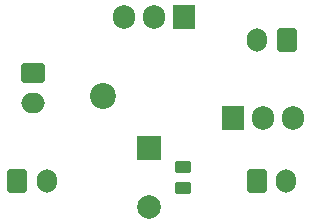
<source format=gbr>
%TF.GenerationSoftware,KiCad,Pcbnew,8.0.6-8.0.6-0~ubuntu24.04.1*%
%TF.CreationDate,2024-10-25T12:09:52+03:00*%
%TF.ProjectId,pss_v2_fan_block,7073735f-7632-45f6-9661-6e5f626c6f63,rev?*%
%TF.SameCoordinates,Original*%
%TF.FileFunction,Soldermask,Bot*%
%TF.FilePolarity,Negative*%
%FSLAX46Y46*%
G04 Gerber Fmt 4.6, Leading zero omitted, Abs format (unit mm)*
G04 Created by KiCad (PCBNEW 8.0.6-8.0.6-0~ubuntu24.04.1) date 2024-10-25 12:09:52*
%MOMM*%
%LPD*%
G01*
G04 APERTURE LIST*
G04 Aperture macros list*
%AMRoundRect*
0 Rectangle with rounded corners*
0 $1 Rounding radius*
0 $2 $3 $4 $5 $6 $7 $8 $9 X,Y pos of 4 corners*
0 Add a 4 corners polygon primitive as box body*
4,1,4,$2,$3,$4,$5,$6,$7,$8,$9,$2,$3,0*
0 Add four circle primitives for the rounded corners*
1,1,$1+$1,$2,$3*
1,1,$1+$1,$4,$5*
1,1,$1+$1,$6,$7*
1,1,$1+$1,$8,$9*
0 Add four rect primitives between the rounded corners*
20,1,$1+$1,$2,$3,$4,$5,0*
20,1,$1+$1,$4,$5,$6,$7,0*
20,1,$1+$1,$6,$7,$8,$9,0*
20,1,$1+$1,$8,$9,$2,$3,0*%
G04 Aperture macros list end*
%ADD10C,2.200000*%
%ADD11RoundRect,0.250000X0.600000X0.750000X-0.600000X0.750000X-0.600000X-0.750000X0.600000X-0.750000X0*%
%ADD12O,1.700000X2.000000*%
%ADD13RoundRect,0.250000X-0.600000X-0.750000X0.600000X-0.750000X0.600000X0.750000X-0.600000X0.750000X0*%
%ADD14RoundRect,0.250000X0.450000X-0.262500X0.450000X0.262500X-0.450000X0.262500X-0.450000X-0.262500X0*%
%ADD15R,1.905000X2.000000*%
%ADD16O,1.905000X2.000000*%
%ADD17RoundRect,0.250000X-0.750000X0.600000X-0.750000X-0.600000X0.750000X-0.600000X0.750000X0.600000X0*%
%ADD18O,2.000000X1.700000*%
%ADD19R,2.000000X2.000000*%
%ADD20C,2.000000*%
G04 APERTURE END LIST*
D10*
%TO.C,H1*%
X69500000Y-81000000D03*
%TD*%
D11*
%TO.C,SW2*%
X85100000Y-76300000D03*
D12*
X82600000Y-76300000D03*
%TD*%
D13*
%TO.C,SW1*%
X62300000Y-88200000D03*
D12*
X64800000Y-88200000D03*
%TD*%
D14*
%TO.C,R2*%
X76300000Y-88812500D03*
X76300000Y-86987500D03*
%TD*%
D15*
%TO.C,Q2*%
X80560000Y-82900000D03*
D16*
X83100000Y-82900000D03*
X85640000Y-82900000D03*
%TD*%
D15*
%TO.C,Q1*%
X76400000Y-74300000D03*
D16*
X73860000Y-74300000D03*
X71320000Y-74300000D03*
%TD*%
D13*
%TO.C,J2*%
X82550000Y-88175000D03*
D12*
X85050000Y-88175000D03*
%TD*%
D17*
%TO.C,J1*%
X63600000Y-79100000D03*
D18*
X63600000Y-81600000D03*
%TD*%
D19*
%TO.C,C1*%
X73400000Y-85400000D03*
D20*
X73400000Y-90400000D03*
%TD*%
M02*

</source>
